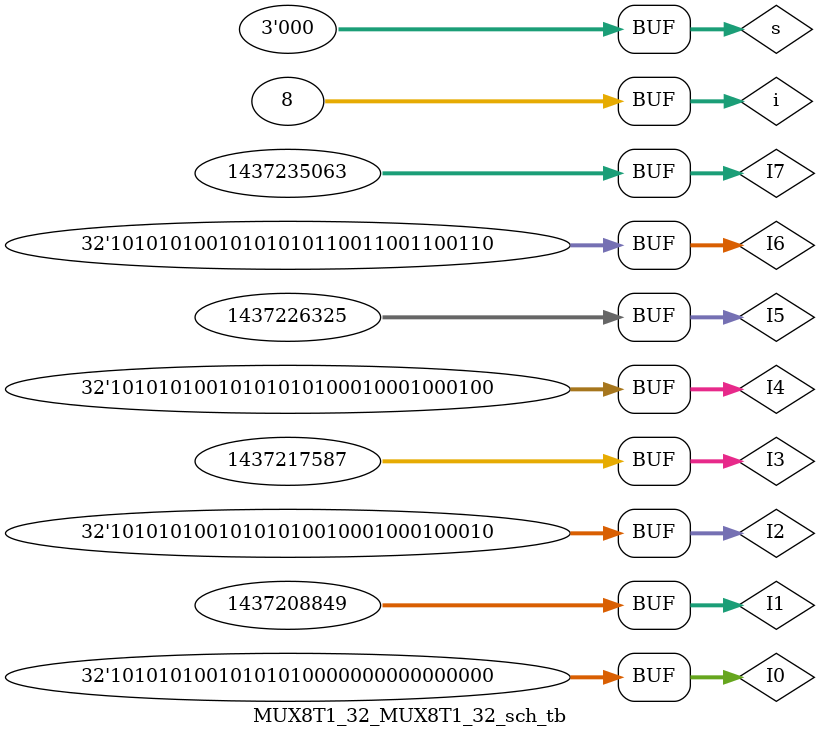
<source format=v>

`timescale 1ns / 1ps

module MUX8T1_32_MUX8T1_32_sch_tb();

// Inputs
   reg [2:0] s;
   reg [31:0] I0;
   reg [31:0] I1;
   reg [31:0] I2;
   reg [31:0] I3;
   reg [31:0] I4;
   reg [31:0] I5;
   reg [31:0] I6;
   reg [31:0] I7;

// Output
   wire [31:0] o;

// Bidirs

// Instantiate the UUT
   MUX8T1_32 UUT (
		.o(o), 
		.s(s), 
		.I0(I0), 
		.I1(I1), 
		.I2(I2), 
		.I3(I3), 
		.I4(I4), 
		.I5(I5), 
		.I6(I6), 
		.I7(I7)
   );
// Initialize Inputs
//   `ifdef auto_init
integer i = 0;
       initial begin
		s = 0;
		I0 = 32'hAA550000;
		I1 = 32'h55AA1111;
		I2 = 32'hAA552222;
		I3 = 32'h55AA3333;
		I4 = 32'hAA554444;
		I5 = 32'h55AA5555;
		I6 = 32'hAA556666;
		I7 = 32'h55AA7777;
		for (i = 0; i <= 7; i = i + 1) begin
		#50 s = i + 1;
		end
		#50 s = 0;
		end
//   `endif
endmodule

</source>
